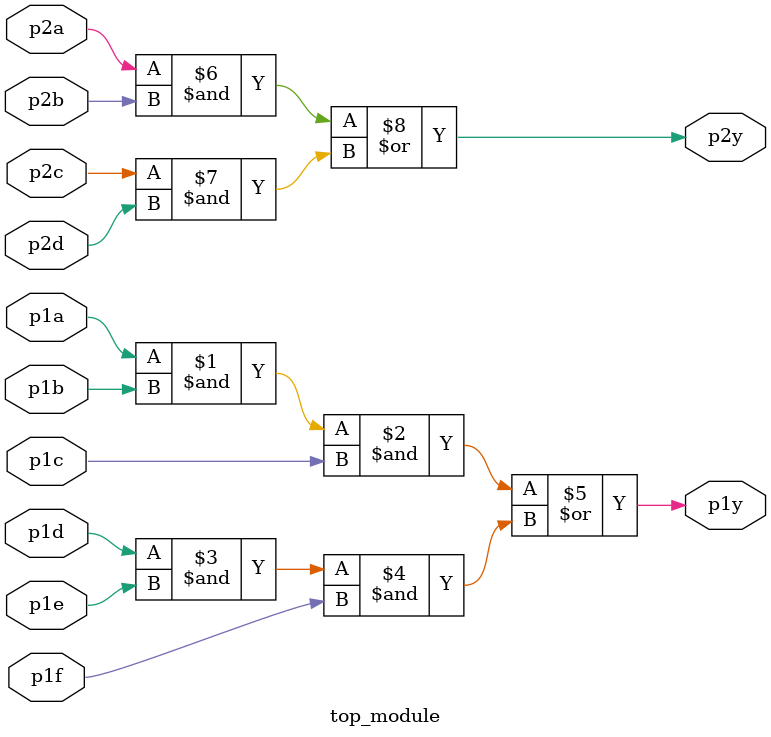
<source format=v>

module top_module ( 
    input p1a, p1b, p1c, p1d, p1e, p1f,
    output p1y,
    input p2a, p2b, p2c, p2d,
    output p2y );

    assign p1y = (p1a & p1b & p1c) | (p1d & p1e & p1f);
    assign p2y = (p2a & p2b) | (p2c & p2d);
    
endmodule

</source>
